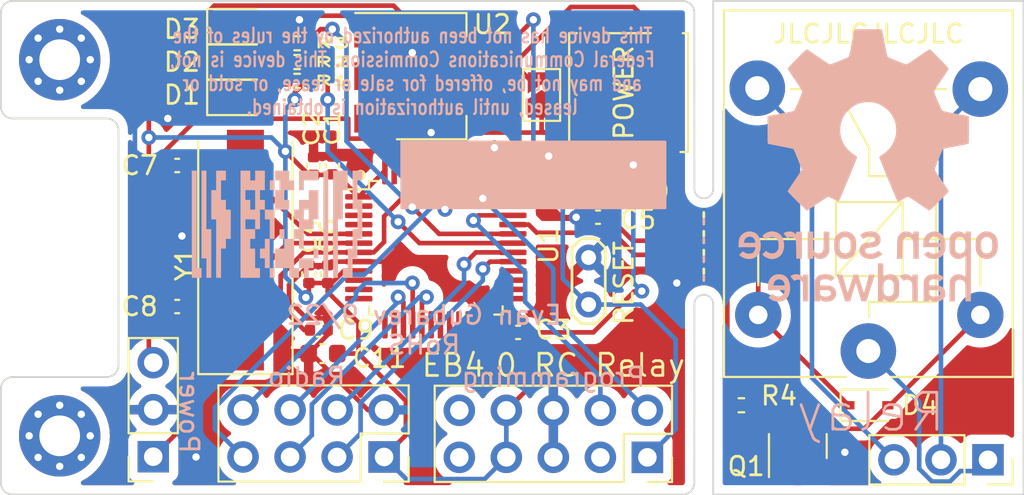
<source format=kicad_pcb>
(kicad_pcb (version 20211014) (generator pcbnew)
  (layers (0 "F.Cu" signal) (31 "B.Cu" signal) (34 "B.Paste" user) (35 "F.Paste" user) (36 "B.SilkS" user "B.Silkscreen") (37 "F.SilkS" user "F.Silkscreen") (38 "B.Mask" user) (39 "F.Mask" user) (44 "Edge.Cuts" user))
  (net 0 "")
  (net 1 "+3.3V")
  (net 2 "GND")
  (net 3 "/VIN")
  (net 4 "Net-(C7-Pad1)")
  (net 5 "Net-(C8-Pad1)")
  (net 6 "/NRST")
  (net 7 "Net-(D1-Pad2)")
  (net 8 "Net-(D2-Pad2)")
  (net 9 "Net-(D3-Pad2)")
  (net 10 "/SWCLK")
  (net 12 "/SWDIO")
  (net 15 "/PA10")
  (net 16 "/PA11")
  (net 25 "/SCK")
  (net 26 "/MISO")
  (net 27 "/MOSI")
  (net 37 "/CSN")
  (net 38 "/CE")
  (net 41 "Net-(JP2-Pad2)")
  (net 49 "/IRQ")
  (net 50 "/PA12")
  (net 51 "/COM")
  (net 52 "Net-(D4-Pad2)")
  (net 53 "/NC")
  (net 54 "/NO")
  (net 55 "Net-(Q1-Pad1)")
  (footprint "Diode_SMD:D_SOD-323" (layer "F.Cu") (at 110.043 85.343999)
    (fp_text reference "D4")
    (fp_text value "D")
  )
  (footprint "LED_SMD:LED_0805_2012Metric" (layer "F.Cu") (at 76.007 66.801999)
    (fp_text reference "D2")
    (fp_text value "LED")
  )
  (footprint "Connector_PinSocket_2.54mm:PinSocket_1x03_P2.54mm_Vertical" (layer "F.Cu") (at 71.41 88.122999 180)
    (fp_text reference "J1" hide)
    (fp_text value "Power Connectors")
  )
  (footprint "MountingHole:MountingHole_2.2mm_M2_Pad_Via" (layer "F.Cu") (at 66.355 86.994999)
    (fp_text reference "REF**" hide)
    (fp_text value "MountingHole_2.2mm_M2_Pad_Via" hide)
  )
  (footprint "Capacitor_SMD:C_0402_1005Metric" (layer "F.Cu") (at 80.833 78.259999 90)
    (fp_text reference "C6")
    (fp_text value "1uF")
  )
  (footprint "MountingHole:MountingHole_2.2mm_M2_Pad_Via" (layer "F.Cu") (at 66.355 66.674999)
    (fp_text reference "REF**" hide)
    (fp_text value "MountingHole_2.2mm_M2_Pad_Via" hide)
  )
  (footprint "Package_QFP:LQFP-48_7x7mm_P0.5mm" (layer "F.Cu") (at 86.675 76.834999)
    (fp_text reference "U1")
    (fp_text value "STM32F030C8Tx")
  )
  (footprint "Capacitor_SMD:C_0402_1005Metric" (layer "F.Cu") (at 80.071 72.417999 90)
    (fp_text reference "C2")
    (fp_text value "100nF")
  )
  (footprint "Resistor_SMD:R_0402_1005Metric" (layer "F.Cu") (at 79.182 67.817999)
    (fp_text reference "R1")
    (fp_text value "50")
  )
  (footprint "Capacitor_SMD:C_0402_1005Metric" (layer "F.Cu") (at 95.438 73.659999 180)
    (fp_text reference "C10")
    (fp_text value "4.7uF")
  )
  (footprint "Package_TO_SOT_SMD:SOT-23" (layer "F.Cu") (at 106.233 87.551499 90)
    (fp_text reference "Q1")
    (fp_text value "MMBT3904")
  )
  (footprint "Capacitor_SMD:C_0402_1005Metric" (layer "F.Cu") (at 72.705 72.389999 180)
    (fp_text reference "C7")
    (fp_text value "12pF")
  )
  (footprint "Capacitor_SMD:C_0402_1005Metric" (layer "F.Cu") (at 80.353 81.279999)
    (fp_text reference "C9")
    (fp_text value "0.1uF")
  )
  (footprint "Capacitor_SMD:C_0402_1005Metric" (layer "F.Cu") (at 72.705 80.009999 180)
    (fp_text reference "C8")
    (fp_text value "12pF")
  )
  (footprint "Jumper:SolderJumper-2_P1.3mm_Open_TrianglePad1.0x1.5mm" (layer "F.Cu") (at 92.39 68.579999 90)
    (fp_text reference "JP2" hide)
    (fp_text value "SolderJumper_2_Open")
  )
  (footprint "Connector_PinSocket_2.54mm:PinSocket_2x05_P2.54mm_Vertical" (layer "F.Cu") (at 98.105 88.157999 -90)
    (fp_text reference "J2" hide)
    (fp_text value "Programming Connectors")
  )
  (footprint "Relay_THT:Relay_SPDT_SANYOU_SRD_Series_Form_C" (layer "F.Cu") (at 110.043 82.413999 90)
    (fp_text reference "K1")
    (fp_text value "SANYOU_SRD_Form_C")
  )
  (footprint "Resistor_SMD:R_0402_1005Metric" (layer "F.Cu") (at 103.185 85.343999 180)
    (fp_text reference "R4")
    (fp_text value "1k")
  )
  (footprint "Capacitor_SMD:C_0402_1005Metric" (layer "F.Cu") (at 91.12 81.406999 180)
    (fp_text reference "C3")
    (fp_text value "4.7uF")
  )
  (footprint "Capacitor_SMD:C_0402_1005Metric" (layer "F.Cu") (at 81.087 72.389999 90)
    (fp_text reference "C1")
    (fp_text value "100nF")
  )
  (footprint "LED_SMD:LED_0805_2012Metric" (layer "F.Cu") (at 76.007 64.896999)
    (fp_text reference "D3")
    (fp_text value "LED")
  )
  (footprint "Resistor_SMD:R_0402_1005Metric" (layer "F.Cu") (at 79.182 66.801999)
    (fp_text reference "R2")
    (fp_text value "50")
  )
  (footprint "Connector_PinSocket_2.54mm:PinSocket_2x04_P2.54mm_Vertical" (layer "F.Cu") (at 83.881 88.137999 -90)
    (fp_text reference "J3" hide)
    (fp_text value "RF Connector")
  )
  (footprint "Capacitor_SMD:C_0402_1005Metric" (layer "F.Cu") (at 79.817 78.259999 90)
    (fp_text reference "C4")
    (fp_text value "10nF")
  )
  (footprint "Button_Switch_SMD:SW_Push_1P1T_NO_CK_KSC6xxJ" (layer "F.Cu") (at 97.089 68.452999 90)
    (fp_text reference "SW1" hide)
    (fp_text value "POWER")
  )
  (footprint "Connector_PinSocket_2.54mm:PinSocket_1x03_P2.54mm_Vertical" (layer "F.Cu") (at 116.505 88.289999 -90)
    (fp_text reference "J4" hide)
    (fp_text value "Relay Outputs")
  )
  (footprint "TestPoint:TestPoint_2Pads_Pitch2.54mm_Drill0.8mm" (layer "F.Cu") (at 94.93 77.362999 -90)
    (fp_text reference "JP1" hide)
    (fp_text value "RESET")
  )
  (footprint "Capacitor_SMD:C_0402_1005Metric" (layer "F.Cu") (at 95.438 75.183999 180)
    (fp_text reference "C5")
    (fp_text value "4.7uF")
  )
  (footprint "Resistor_SMD:R_0402_1005Metric" (layer "F.Cu") (at 79.182 65.785999)
    (fp_text reference "R3")
    (fp_text value "50")
  )
  (footprint "LED_SMD:LED_0805_2012Metric" (layer "F.Cu") (at 76.007 68.706999)
    (fp_text reference "D1")
    (fp_text value "LED")
  )
  (footprint "Package_TO_SOT_SMD:SOT-223-3_TabPin2" (layer "F.Cu") (at 86.421 67.563999)
    (fp_text reference "U2")
    (fp_text value "AMS1117-3.3")
  )
  (footprint "Capacitor_SMD:C_0603_1608Metric" (layer "F.Cu") (at 80.579 82.549999)
    (fp_text reference "C11")
    (fp_text value "10uF")
  )
  (footprint "Crystal:Crystal_SMD_HC49-SD" (layer "F.Cu") (at 76.388 76.961999 90)
    (fp_text reference "Y1")
    (fp_text value "8MHz")
  )
  (footprint "LOGO" (layer "B.Cu") (at 110.043 72.389999 180)
    (fp_text reference "G***" hide)
    (fp_text value "LOGO" hide)
  )
  (footprint "LOGO" (layer "B.Cu") (at 78.2295 75.564999 180)
    (fp_text reference "G***" hide)
    (fp_text value "LOGO" hide)
  )
  (gr_line (start 101.153 77.342999) (end 101.153 77.596999) (layer "B.SilkS") (width 0.15))
  (gr_line (start 101.153 75.310999) (end 101.153 75.564999) (layer "B.SilkS") (width 0.15))
  (gr_line (start 101.153 78.358999) (end 101.153 78.612999) (layer "B.SilkS") (width 0.15))
  (gr_line (start 101.153 76.326999) (end 101.153 76.580999) (layer "B.SilkS") (width 0.15))
  (gr_rect (start 84.8335 71.119999) (end 99.0575 74.675999) (layer "B.SilkS") (width 0.15) (fill solid))
  (gr_line (start 101.153 76.961999) (end 101.153 77.215999) (layer "F.SilkS") (width 0.15))
  (gr_circle (center 82.611 72.897999) (end 82.811 72.897999) (layer "F.SilkS") (width 0.15) (fill solid))
  (gr_line (start 101.153 77.977999) (end 101.153 78.231999) (layer "F.SilkS") (width 0.15))
  (gr_line (start 101.153 75.945999) (end 101.153 76.199999) (layer "F.SilkS") (width 0.15))
  (gr_line (start 101.153 74.929999) (end 101.153 75.183999) (layer "F.SilkS") (width 0.15))
  (gr_arc (start 100.640487 89.534999) (mid 100.454499 89.984007) (end 100.005487 90.169999) (layer "Edge.Cuts") (width 0.1))
  (gr_line (start 100.640487 89.534999) (end 100.645 79.882999) (layer "Edge.Cuts") (width 0.1))
  (gr_line (start 63.815 90.169999) (end 69.53 90.169999) (layer "Edge.Cuts") (width 0.1))
  (gr_line (start 63.815 69.849999) (end 68.895 69.849999) (layer "Edge.Cuts") (width 0.1))
  (gr_line (start 69.53 63.499999) (end 100.005487 63.499999) (layer "Edge.Cuts") (width 0.1))
  (gr_line (start 100.005487 90.169999) (end 69.53 90.169999) (layer "Edge.Cuts") (width 0.1))
  (gr_arc (start 100.005487 63.499999) (mid 100.454508 63.685982) (end 100.640487 64.134999) (layer "Edge.Cuts") (width 0.1))
  (gr_arc (start 63.18 84.454999) (mid 63.365987 84.005986) (end 63.815 83.819999) (layer "Edge.Cuts") (width 0.1))
  (gr_line (start 69.53 63.499999) (end 63.815 63.499999) (layer "Edge.Cuts") (width 0.1))
  (gr_arc (start 63.815 90.169999) (mid 63.365987 89.984012) (end 63.18 89.534999) (layer "Edge.Cuts") (width 0.1))
  (gr_arc (start 100.645 79.882999) (mid 101.153 79.374999) (end 101.661 79.882999) (layer "Edge.Cuts") (width 0.1))
  (gr_line (start 69.53 83.184999) (end 69.53 70.484999) (layer "Edge.Cuts") (width 0.1))
  (gr_line (start 101.661 79.882999) (end 101.661 90.169999) (layer "Edge.Cuts") (width 0.1))
  (gr_arc (start 63.815 69.849999) (mid 63.365987 69.664012) (end 63.18 69.214999) (layer "Edge.Cuts") (width 0.1))
  (gr_arc (start 69.53 83.184999) (mid 69.344013 83.634012) (end 68.895 83.819999) (layer "Edge.Cuts") (width 0.1))
  (gr_line (start 63.18 84.454999) (end 63.18 89.534999) (layer "Edge.Cuts") (width 0.1))
  (gr_arc (start 68.895 69.849999) (mid 69.344013 70.035986) (end 69.53 70.484999) (layer "Edge.Cuts") (width 0.1))
  (gr_line (start 118.425 63.499999) (end 101.661 63.499999) (layer "Edge.Cuts") (width 0.1))
  (gr_arc (start 101.661 73.659999) (mid 101.153 74.167999) (end 100.645 73.659999) (layer "Edge.Cuts") (width 0.1))
  (gr_line (start 100.645 73.659999) (end 100.640487 64.134999) (layer "Edge.Cuts") (width 0.1))
  (gr_line (start 118.425 90.169999) (end 118.425 63.499999) (layer "Edge.Cuts") (width 0.1))
  (gr_line (start 68.895 83.819999) (end 63.815 83.819999) (layer "Edge.Cuts") (width 0.1))
  (gr_line (start 101.661 63.753999) (end 101.661 63.499999) (layer "Edge.Cuts") (width 0.1))
  (gr_arc (start 63.18 64.134999) (mid 63.365987 63.685986) (end 63.815 63.499999) (layer "Edge.Cuts") (width 0.1))
  (gr_line (start 101.661 90.169999) (end 118.425 90.169999) (layer "Edge.Cuts") (width 0.1))
  (gr_line (start 63.18 64.134999) (end 63.18 69.214999) (layer "Edge.Cuts") (width 0.1))
  (gr_line (start 101.661 63.753999) (end 101.661 73.659999) (layer "Edge.Cuts") (width 0.1))
  (gr_text "Programming\n" (at 93.025 83.819999) (layer "B.SilkS") (effects (font (size 1 1)) (justify mirror)))
  (gr_text "This device has not been authorized by the rules of the\nFederal Communications Commission. This device is not,\nand may not be, offered for sale or lease, or sold or\nleased, until authorization is obtained.\n" (at 85.405 67.309999) (layer "B.SilkS") (effects (font (size 0.8 0.6) (thickness 0.125)) (justify mirror)))
  (gr_text "Radio" (at 79.69 83.819999) (layer "B.SilkS") (effects (font (size 1 1)) (justify mirror)))
  (gr_text "Power" (at 73.34 85.724999 270) (layer "B.SilkS") (effects (font (size 1 1)) (justify mirror)))
  (gr_text "Evan Gubarev 9/22\nRoHS" (at 86.04 81.279999) (layer "B.SilkS") (effects (font (size 1 1)) (justify mirror)))
  (gr_text "Relay" (at 110.17 85.724999) (layer "B.SilkS") (effects (font (size 2 2)) (justify mirror)))
  (gr_text "EB4.0 RC Relay\n" (at 93.025 83.184999) (layer "F.SilkS") (effects (font (size 1.2 1.2))))
  (gr_text "JLCJLCJLCJLC" (at 110.043 65.277999) (layer "F.SilkS") (effects (font (size 1 1))))
  (segment (start 80.071 72.897999) (end 79.817 72.897999) (width 0.25) (layer "F.Cu") (net 1))
  (segment (start 97.343 72.363499) (end 97.2145 72.363499) (width 0.25) (layer "F.Cu") (net 1))
  (segment (start 89.571 67.563999) (end 89.571 66.890499) (width 0.25) (layer "F.Cu") (net 1))
  (segment (start 85.056 85.111298) (end 85.056 86.962999) (width 0.25) (layer "F.Cu") (net 1))
  (segment (start 89.571 67.563999) (end 83.271 67.563999) (width 0.25) (layer "F.Cu") (net 1))
  (segment (start 81.2975 72.869999) (end 82.5125 74.084999) (width 0.25) (layer "F.Cu") (net 1))
  (segment (start 84.389 63.753999) (end 74.708166 63.753999) (width 0.25) (layer "F.Cu") (net 1))
  (segment (start 81.087 72.869999) (end 81.2975 72.869999) (width 0.25) (layer "F.Cu") (net 1))
  (segment (start 82.5125 78.084999) (end 81.709315 78.084999) (width 0.25) (layer "F.Cu") (net 1))
  (segment (start 80.071 72.897999) (end 81.059 72.897999) (width 0.25) (layer "F.Cu") (net 1))
  (segment (start 97.2145 72.363499) (end 95.918 73.659999) (width 0.25) (layer "F.Cu") (net 1))
  (segment (start 80.833 78.739999) (end 79.817 78.739999) (width 0.25) (layer "F.Cu") (net 1))
  (segment (start 91.6 84.502999) (end 90.485 85.617999) (width 0.25) (layer "F.Cu") (net 1))
  (segment (start 86.675 66.039999) (end 84.389 63.753999) (width 0.25) (layer "F.Cu") (net 1))
  (segment (start 89.571 66.890499) (end 91.9455 64.515999) (width 0.25) (layer "F.Cu") (net 1))
  (segment (start 85.056 86.962999) (end 83.881 88.137999) (width 0.25) (layer "F.Cu") (net 1))
  (segment (start 74.708166 63.753999) (end 71.17 67.292165) (width 0.25) (layer "F.Cu") (net 1))
  (segment (start 83.271 67.563999) (end 86.675 67.563999) (width 0.25) (layer "F.Cu") (net 1))
  (segment (start 80.833 79.222999) (end 82.494701 80.8847) (width 0.25) (layer "F.Cu") (net 1))
  (segment (start 82.494701 82.549999) (end 85.056 85.111298) (width 0.25) (layer "F.Cu") (net 1))
  (segment (start 79.817 79.355699) (end 79.817 78.739999) (width 0.25) (layer "F.Cu") (net 1))
  (segment (start 79.055 68.454999) (end 79.692 67.817999) (width 0.25) (layer "F.Cu") (net 1))
  (segment (start 79.653425 79.519274) (end 79.817 79.355699) (width 0.25) (layer "F.Cu") (net 1))
  (segment (start 97.803487 79.180944) (end 97.410055 79.180944) (width 0.25) (layer "F.Cu") (net 1))
  (segment (start 91.6 81.406999) (end 91.6 81.39939) (width 0.25) (layer "F.Cu") (net 1))
  (segment (start 80.833 78.739999) (end 80.833 79.222999) (width 0.25) (layer "F.Cu") (net 1))
  (segment (start 91.6 81.406999) (end 91.6 84.502999) (width 0.25) (layer "F.Cu") (net 1))
  (segment (start 95.184 81.406999) (end 91.6 81.406999) (width 0.25) (layer "F.Cu") (net 1))
  (segment (start 91.6 81.39939) (end 90.972609 80.771999) (width 0.25) (layer "F.Cu") (net 1))
  (segment (start 82.494701 82.549999) (end 81.1 82.549999) (width 0.25) (layer "F.Cu") (net 1))
  (segment (start 86.675 67.563999) (end 86.675 66.039999) (width 0.25) (layer "F.Cu") (net 1))
  (segment (start 82.494701 80.8847) (end 82.494701 82.549999) (width 0.25) (layer "F.Cu") (net 1))
  (segment (start 82.5125 74.084999) (end 83.925 72.672499) (width 0.25) (layer "F.Cu") (net 1))
  (segment (start 97.410055 79.180944) (end 95.184 81.406999) (width 0.25) (layer "F.Cu") (net 1))
  (segment (start 81.054315 78.739999) (end 80.833 78.739999) (width 0.25) (layer "F.Cu") (net 1))
  (segment (start 71.17 67.292165) (end 71.17 70.876999) (width 0.25) (layer "F.Cu") (net 1))
  (segment (start 90.972609 80.771999) (end 89.6505 80.771999) (width 0.25) (layer "F.Cu") (net 1))
  (segment (start 79.817 72.897999) (end 78.547 71.627999) (width 0.25) (layer "F.Cu") (net 1))
  (segment (start 71.17 82.802999) (end 71.41 83.042999) (width 0.25) (layer "F.Cu") (net 1))
  (segment (start 81.059 72.897999) (end 81.087 72.869999) (width 0.25) (layer "F.Cu") (net 1))
  (segment (start 81.709315 78.084999) (end 81.054315 78.739999) (width 0.25) (layer "F.Cu") (net 1))
  (segment (start 89.6505 80.771999) (end 89.425 80.997499) (width 0.25) (layer "F.Cu") (net 1))
  (segment (start 71.17 70.876999) (end 71.17 82.802999) (width 0.25) (layer "F.Cu") (net 1))
  (segment (start 79.055 68.833999) (end 79.055 68.454999) (width 0.25) (layer "F.Cu") (net 1))
  (via (at 78.547 71.627999) (size 0.8) (drill 0.4) (layers "F.Cu" "B.Cu") (net 1))
  (via (at 79.653425 79.519274) (size 0.8) (drill 0.4) (layers "F.Cu" "B.Cu") (net 1))
  (via (at 91.9455 64.515999) (size 0.8) (drill 0.4) (layers "F.Cu" "B.Cu") (net 1))
  (via (at 79.055 68.833999) (size 0.8) (drill 0.4) (layers "F.Cu" "B.Cu") (net 1))
  (via (at 97.803487 79.180944) (size 0.8) (drill 0.4) (layers "F.Cu" "B.Cu") (net 1))
  (via (at 97.343 72.363499) (size 0.8) (drill 0.4) (layers "F.Cu" "B.Cu") (net 1))
  (via (at 71.17 70.876999) (size 0.8) (drill 0.4) (layers "F.Cu" "B.Cu") (net 1))
  (segment (start 78.547 71.627999) (end 78.547 69.341999) (width 0.25) (layer "B.Cu") (net 1))
  (segment (start 89.31 89.332999) (end 85.076 89.332999) (width 0.25) (layer "B.Cu") (net 1))
  (segment (start 97.803487 79.180944) (end 97.343 78.720457) (width 0.25) (layer "B.Cu") (net 1))
  (segment (start 78.547 78.412849) (end 78.547 71.627999) (width 0.25) (layer "B.Cu") (net 1))
  (segment (start 97.343 78.720457) (end 97.343 72.363499) (width 0.25) (layer "B.Cu") (net 1))
  (segment (start 90.485 88.157999) (end 89.31 89.332999) (width 0.25) (layer "B.Cu") (net 1))
  (segment (start 78.547 69.341999) (end 79.055 68.833999) (width 0.25) (layer "B.Cu") (net 1))
  (segment (start 96.5545 73.151999) (end 97.343 72.363499) (width 0.25) (layer "B.Cu") (net 1))
  (segment (start 91.9455 64.515999) (end 91.9455 72.135999) (width 0.25) (layer "B.Cu") (net 1))
  (segment (start 85.076 89.332999) (end 83.881 88.137999) (width 0.25) (layer "B.Cu") (net 1))
  (segment (start 91.9455 72.135999) (end 92.9615 73.151999) (width 0.25) (layer "B.Cu") (net 1))
  (segment (start 79.653425 79.519274) (end 78.547 78.412849) (width 0.25) (layer "B.Cu") (net 1))
  (segment (start 71.17 70.876999) (end 77.796 70.876999) (width 0.25) (layer "B.Cu") (net 1))
  (segment (start 92.9615 73.151999) (end 96.5545 73.151999) (width 0.25) (layer "B.Cu") (net 1))
  (segment (start 90.485 85.617999) (end 90.485 88.157999) (width 0.25) (layer "B.Cu") (net 1))
  (segment (start 77.796 70.876999) (end 78.547 71.627999) (width 0.25) (layer "B.Cu") (net 1))
  (segment (start 79.817 77.779999) (end 80.833 77.779999) (width 0.25) (layer "F.Cu") (net 2))
  (segment (start 85.665685 71.609999) (end 84.165685 71.609999) (width 0.25) (layer "F.Cu") (net 2))
  (segment (start 80.706 80.644999) (end 80.833 80.771999) (width 0.25) (layer "F.Cu") (net 2))
  (segment (start 79.526 64.298999) (end 79.309 64.515999) (width 0.25) (layer "F.Cu") (net 2))
  (segment (start 82.5125 77.584999) (end 86.315685 77.584999) (width 0.25) (layer "F.Cu") (net 2))
  (segment (start 86.315685 77.584999) (end 88.925 80.194314) (width 0.25) (layer "F.Cu") (net 2))
  (segment (start 81.087 71.909999) (end 80.099 71.909999) (width 0.25) (layer "F.Cu") (net 2))
  (segment (start 108.168 88.488999) (end 108.773 87.883999) (width 0.25) (layer "F.Cu") (net 2))
  (segment (start 88.925 81.800684) (end 88.925 80.997499) (width 0.25) (layer "F.Cu") (net 2))
  (segment (start 107.183 88.488999) (end 108.168 88.488999) (width 0.25) (layer "F.Cu") (net 2))
  (segment (start 89.987 82.059999) (end 89.184315 82.059999) (width 0.25) (layer "F.Cu") (net 2))
  (segment (start 81.387 71.609999) (end 81.087 71.909999) (width 0.25) (layer "F.Cu") (net 2))
  (segment (start 84.375 65.263999) (end 85.405 66.293999) (width 0.25) (layer "F.Cu") (net 2))
  (segment (start 81.028 77.584999) (end 82.5125 77.584999) (width 0.25) (layer "F.Cu") (net 2))
  (segment (start 90.64 81.406999) (end 89.987 82.059999) (width 0.25) (layer "F.Cu") (net 2))
  (segment (start 85.925 71.869314) (end 85.665685 71.609999) (width 0.25) (layer "F.Cu") (net 2))
  (segment (start 82.306 64.298999) (end 79.526 64.298999) (width 0.25) (layer "F.Cu") (net 2))
  (segment (start 79.817 77.779999) (end 79.809391 77.779999) (width 0.25) (layer "F.Cu") (net 2))
  (segment (start 80.833 77.779999) (end 81.028 77.584999) (width 0.25) (layer "F.Cu") (net 2))
  (segment (start 88.925 80.194314) (end 88.925 80.997499) (width 0.25) (layer "F.Cu") (net 2))
  (segment (start 78.743 78.84639) (end 78.743 79.697999) (width 0.25) (layer "F.Cu") (net 2))
  (segment (start 79.804 82.549999) (end 79.954701 82.549999) (width 0.25) (layer "F.Cu") (net 2))
  (segment (start 84.425 72.672499) (end 84.425 71.869314) (width 0.25) (layer "F.Cu") (net 2))
  (segment (start 84.425 71.869314) (end 84.165685 71.609999) (width 0.25) (layer "F.Cu") (net 2))
  (segment (start 79.817 82.549999) (end 80.833 81.533999) (width 0.25) (layer "F.Cu") (net 2))
  (segment (start 83.002701 85.597999) (end 83.881 85.597999) (width 0.25) (layer "F.Cu") (net 2))
  (segment (start 80.833 81.279999) (end 80.833 81.533999) (width 0.25) (layer "F.Cu") (net 2))
  (segment (start 94.549 73.659999) (end 92.771 71.881999) (width 0.25) (layer "F.Cu") (net 2))
  (segment (start 79.69 80.644999) (end 80.706 80.644999) (width 0.25) (layer "F.Cu") (net 2))
  (segment (start 83.271 65.263999) (end 84.375 65.263999) (width 0.25) (layer "F.Cu") (net 2))
  (segment (start 89.184315 82.059999) (end 88.925 81.800684) (width 0.25) (layer "F.Cu") (net 2))
  (segment (start 79.809391 77.779999) (end 78.743 78.84639) (width 0.25) (layer "F.Cu") (net 2))
  (segment (start 85.925 71.107999) (end 85.925 72.672499) (width 0.25) (layer "F.Cu") (net 2))
  (segment (start 83.271 65.263999) (end 82.306 64.298999) (width 0.25) (layer "F.Cu") (net 2))
  (segment (start 80.099 71.909999) (end 80.071 71.937999) (width 0.25) (layer "F.Cu") (net 2))
  (segment (start 94.958 73.659999) (end 94.549 73.659999) (width 0.25) (layer "F.Cu") (net 2))
  (segment (start 94.958 75.183999) (end 94.261799 75.183999) (width 0.25) (layer "F.Cu") (net 2))
  (segment (start 86.421 70.611999) (end 85.925 71.107999) (width 0.25) (layer "F.Cu") (net 2))
  (segment (start 84.165685 71.609999) (end 81.387 71.609999) (width 0.25) (layer "F.Cu") (net 2))
  (segment (start 85.925 72.672499) (end 85.925 71.869314) (width 0.25) (layer "F.Cu") (net 2))
  (segment (start 72.959 76.199999) (end 72.225 76.933999) (width 0.25) (layer "F.Cu") (net 2))
  (segment (start 94.261799 75.183999) (end 94.2575 75.188298) (width 0.25) (layer "F.Cu") (net 2))
  (segment (start 72.225 75.465999) (end 72.225 72.389999) (width 0.25) (layer "F.Cu") (net 2))
  (segment (start 72.959 76.199999) (end 72.225 75.465999) (width 0.25) (layer "F.Cu") (net 2))
  (segment (start 79.954701 82.549999) (end 83.002701 85.597999) (width 0.25) (layer "F.Cu") (net 2))
  (segment (start 72.225 76.933999) (end 72.225 80.009999) (width 0.25) (layer "F.Cu") (net 2))
  (segment (start 80.833 80.771999) (end 80.833 81.279999) (width 0.25) (layer "F.Cu") (net 2))
  (segment (start 78.743 79.697999) (end 79.69 80.644999) (width 0.25) (layer "F.Cu") (net 2))
  (via (at 86.421 70.611999) (size 0.8) (drill 0.4) (layers "F.Cu" "B.Cu") (net 2))
  (via (at 72.959 76.199999) (size 0.8) (drill 0.4) (layers "F.Cu" "B.Cu") (net 2))
  (via (at 92.771 71.881999) (size 0.8) (drill 0.4) (layers "F.Cu" "B.Cu") (net 2))
  (via (at 108.773 87.883999) (size 0.8) (drill 0.4) (layers "F.Cu" "B.Cu") (net 2))
  (via (at 73.721 88.137999) (size 0.8) (drill 0.4) (layers "F.Cu" "B.Cu") (net 2))
  (via (at 79.309 64.515999) (size 0.8) (drill 0.4) (layers "F.Cu" "B.Cu") (net 2))
  (via (at 94.2575 75.188298) (size 0.8) (drill 0.4) (layers "F.Cu" "B.Cu") (net 2))
  (via (at 72.197 69.849999) (size 0.8) (drill 0.4) (layers "F.Cu" "B.Cu") (net 2))
  (via (at 85.405 66.293999) (size 0.8) (drill 0.4) (layers "F.Cu" "B.Cu") (net 2))
  (via (at 99.6925 78.739999) (size 0.8) (drill 0.4) (layers "F.Cu" "B.Cu") (net 2))
  (segment (start 97.378805 71.373999) (end 93.279 71.373999) (width 0.25) (layer "B.Cu") (net 2))
  (segment (start 106.233 85.343999) (end 106.233 77.723999) (width 0.25) (layer "B.Cu") (net 2))
  (segment (start 70.419 73.659999) (end 72.959 76.199999) (width 0.25) (layer "B.Cu") (net 2))
  (segment (start 70.927 69.849999) (end 70.419 70.357999) (width 0.25) (layer "B.Cu") (net 2))
  (segment (start 99.5655 75.691999) (end 98.068 74.194499) (width 0.25) (layer "B.Cu") (net 2))
  (segment (start 94.515799 74.929999) (end 94.2575 75.188298) (width 0.25) (layer "B.Cu") (net 2))
  (segment (start 108.773 87.883999) (end 106.233 85.343999) (width 0.25) (layer "B.Cu") (net 2))
  (segment (start 104.201 75.691999) (end 99.5655 75.691999) (width 0.25) (layer "B.Cu") (net 2))
  (segment (start 93.279 71.373999) (end 92.771 71.881999) (width 0.25) (layer "B.Cu") (net 2))
  (segment (start 70.419 70.357999) (end 70.419 73.659999) (width 0.25) (layer "B.Cu") (net 2))
  (segment (start 106.233 77.723999) (end 104.201 75.691999) (width 0.25) (layer "B.Cu") (net 2))
  (segment (start 98.068 72.063194) (end 97.378805 71.373999) (width 0.25) (layer "B.Cu") (net 2))
  (segment (start 98.068 74.194499) (end 98.068 72.063194) (width 0.25) (layer "B.Cu") (net 2))
  (segment (start 72.197 69.849999) (end 70.927 69.849999) (width 0.25) (layer "B.Cu") (net 2))
  (segment (start 95.089 65.552999) (end 95.089 71.352999) (width 0.25) (layer "F.Cu") (net 3))
  (segment (start 86.430305 69.595999) (end 87.446305 70.611999) (width 0.25) (layer "F.Cu") (net 3))
  (segment (start 95.163609 74.421999) (end 93.787 74.421999) (width 0.25) (layer "F.Cu") (net 3))
  (segment (start 71.62 80.448999) (end 71.62 72.02739) (width 0.25) (layer "F.Cu") (net 3))
  (segment (start 92.39 69.304999) (end 92.39 70.484999) (width 0.25) (layer "F.Cu") (net 3))
  (segment (start 81.946 69.863999) (end 81.946 70.938999) (width 0.25) (layer "F.Cu") (net 3))
  (segment (start 85.405 69.595999) (end 86.430305 69.595999) (width 0.25) (layer "F.Cu") (net 3))
  (segment (start 71.41 88.122999) (end 73.046443 86.486556) (width 0.25) (layer "F.Cu") (net 3))
  (segment (start 90.993 71.627999) (end 90.993 70.611999) (width 0.25) (layer "F.Cu") (net 3))
  (segment (start 84.596 70.938999) (end 84.596 70.404999) (width 0.25) (layer "F.Cu") (net 3))
  (segment (start 95.918 75.17639) (end 95.163609 74.421999) (width 0.25) (layer "F.Cu") (net 3))
  (segment (start 87.446305 70.611999) (end 90.993 70.611999) (width 0.25) (layer "F.Cu") (net 3))
  (segment (start 71.62 72.02739) (end 73.783391 69.863999) (width 0.25) (layer "F.Cu") (net 3))
  (segment (start 73.046443 86.486556) (end 73.046443 81.875442) (width 0.25) (layer "F.Cu") (net 3))
  (segment (start 104.093 80.463999) (end 104.093 77.615999) (width 0.25) (layer "F.Cu") (net 3))
  (segment (start 81.946 70.938999) (end 84.596 70.938999) (width 0.25) (layer "F.Cu") (net 3))
  (segment (start 95.918 75.183999) (end 95.918 75.17639) (width 0.25) (layer "F.Cu") (net 3))
  (segment (start 73.783391 69.863999) (end 81.946 69.863999) (width 0.25) (layer "F.Cu") (net 3))
  (segment (start 108.973 85.343999) (end 104.093 80.463999) (width 0.25) (layer "F.Cu") (net 3))
  (segment (start 95.089 71.352999) (end 94.348 70.611999) (width 0.25) (layer "F.Cu") (net 3))
  (segment (start 92.39 70.484999) (end 92.517 70.611999) (width 0.25) (layer "F.Cu") (net 3))
  (segment (start 94.348 70.611999) (end 92.517 70.611999) (width 0.25) (layer "F.Cu") (net 3))
  (segment (start 108.993 85.343999) (end 108.973 85.343999) (width 0.25) (layer "F.Cu") (net 3))
  (segment (start 92.517 70.611999) (end 90.993 70.611999) (width 0.25) (layer "F.Cu") (net 3))
  (segment (start 104.093 77.615999) (end 102.931 76.453999) (width 0.25) (layer "F.Cu") (net 3))
  (segment (start 102.931 76.453999) (end 97.315 76.453999) (width 0.25) (layer "F.Cu") (net 3))
  (segment (start 84.596 70.404999) (end 85.405 69.595999) (width 0.25) (layer "F.Cu") (net 3))
  (segment (start 93.787 74.421999) (end 90.993 71.627999) (width 0.25) (layer "F.Cu") (net 3))
  (segment (start 97.315 76.453999) (end 95.918 75.056999) (width 0.25) (layer "F.Cu") (net 3))
  (segment (start 73.046443 81.875442) (end 71.62 80.448999) (width 0.25) (layer "F.Cu") (net 3))
  (segment (start 79.761 76.084999) (end 76.388 72.711999) (width 0.25) (layer "F.Cu") (net 4))
  (segment (start 73.507 72.711999) (end 73.185 72.389999) (width 0.25) (layer "F.Cu") (net 4))
  (segment (start 82.5125 76.084999) (end 79.761 76.084999) (width 0.25) (layer "F.Cu") (net 4))
  (segment (start 76.388 72.711999) (end 73.507 72.711999) (width 0.25) (layer "F.Cu") (net 4))
  (segment (start 78.67 76.584999) (end 77.785 77.469999) (width 0.25) (layer "F.Cu") (net 5))
  (segment (start 77.785 77.469999) (end 77.785 78.564999) (width 0.25) (layer "F.Cu") (net 5))
  (segment (start 82.5125 76.584999) (end 78.67 76.584999) (width 0.25) (layer "F.Cu") (net 5))
  (segment (start 77.785 78.564999) (end 76.388 79.961999) (width 0.25) (layer "F.Cu") (net 5))
  (segment (start 76.388 79.961999) (end 76.388 81.211999) (width 0.25) (layer "F.Cu") (net 5))
  (segment (start 74.387 81.211999) (end 73.185 80.009999) (width 0.25) (layer "F.Cu") (net 5))
  (segment (start 76.388 81.211999) (end 74.387 81.211999) (width 0.25) (layer "F.Cu") (net 5))
  (segment (start 83.881 76.519684) (end 83.315685 77.084999) (width 0.25) (layer "F.Cu") (net 6))
  (segment (start 85.104195 73.913999) (end 83.881 75.137194) (width 0.25) (layer "F.Cu") (net 6))
  (segment (start 87.172193 74.760774) (end 86.325418 73.913999) (width 0.25) (layer "F.Cu") (net 6))
  (segment (start 86.325418 73.913999) (end 85.104195 73.913999) (width 0.25) (layer "F.Cu") (net 6))
  (segment (start 79.563 81.279999) (end 79.873 81.279999) (width 0.25) (layer "F.Cu") (net 6))
  (segment (start 78.293 78.33639) (end 78.293 80.009999) (width 0.25) (layer "F.Cu") (net 6))
  (segment (start 82.5125 77.084999) (end 79.544391 77.084999) (width 0.25) (layer "F.Cu") (net 6))
  (segment (start 78.293 80.009999) (end 79.563 81.279999) (width 0.25) (layer "F.Cu") (net 6))
  (segment (start 83.881 75.137194) (end 83.881 76.519684) (width 0.25) (layer "F.Cu") (net 6))
  (segment (start 79.544391 77.084999) (end 78.293 78.33639) (width 0.25) (layer "F.Cu") (net 6))
  (segment (start 83.315685 77.084999) (end 82.5125 77.084999) (width 0.25) (layer "F.Cu") (net 6))
  (via (at 87.172193 74.760774) (size 0.8) (drill 0.4) (layers "F.Cu" "B.Cu") (net 6))
  (segment (start 97.744 79.902999) (end 99.629 81.787999) (width 0.25) (layer "B.Cu") (net 6))
  (segment (start 93.533 74.675999) (end 93.533 78.505999) (width 0.25) (layer "B.Cu") (net 6))
  (segment (start 93.533 78.505999) (end 94.93 79.902999) (width 0.25) (layer "B.Cu") (net 6))
  (segment (start 92.009 73.151999) (end 93.533 74.675999) (width 0.25) (layer "B.Cu") (net 6))
  (segment (start 87.172193 74.760774) (end 88.780968 73.151999) (width 0.25) (layer "B.Cu") (net 6))
  (segment (start 99.629 81.787999) (end 99.629 86.633999) (width 0.25) (layer "B.Cu") (net 6))
  (segment (start 88.780968 73.151999) (end 92.009 73.151999) (width 0.25) (layer "B.Cu") (net 6))
  (segment (start 99.629 86.633999) (end 98.105 88.157999) (width 0.25) (layer "B.Cu") (net 6))
  (segment (start 94.93 79.902999) (end 97.744 79.902999) (width 0.25) (layer "B.Cu") (net 6))
  (segment (start 77.8335 67.817999) (end 76.9445 68.706999) (width 0.25) (layer "F.Cu") (net 7))
  (segment (start 78.672 67.817999) (end 77.8335 67.817999) (width 0.25) (layer "F.Cu") (net 7))
  (segment (start 78.672 66.801999) (end 76.9445 66.801999) (width 0.25) (layer "F.Cu") (net 8))
  (segment (start 77.8335 65.785999) (end 76.9445 64.896999) (width 0.25) (layer "F.Cu") (net 9))
  (segment (start 78.672 65.785999) (end 77.8335 65.785999) (width 0.25) (layer "F.Cu") (net 9))
  (segment (start 89.425 73.957999) (end 89.215 74.167999) (width 0.25) (layer "F.Cu") (net 10))
  (segment (start 89.425 72.672499) (end 89.425 73.957999) (width 0.25) (layer "F.Cu") (net 10))
  (via (at 89.215 74.167999) (size 0.8) (drill 0.4) (layers "F.Cu" "B.Cu") (net 10))
  (segment (start 93.025 77.977999) (end 89.215 74.167999) (width 0.25) (layer "B.Cu") (net 10))
  (segment (start 98.105 85.617999) (end 93.025 80.537999) (width 0.25) (layer "B.Cu") (net 10))
  (segment (start 93.025 80.537999) (end 93.025 77.977999) (width 0.25) (layer "B.Cu") (net 10))
  (segment (start 88.9825 75.084999) (end 88.707 75.360499) (width 0.25) (layer "F.Cu") (net 12))
  (segment (start 90.8375 75.084999) (end 88.9825 75.084999) (width 0.25) (layer "F.Cu") (net 12))
  (via (at 88.707 75.360499) (size 0.8) (drill 0.4) (layers "F.Cu" "B.Cu") (net 12))
  (segment (start 91.501 78.154499) (end 88.707 75.360499) (width 0.25) (layer "B.Cu") (net 12))
  (segment (start 95.565 85.617999) (end 95.565 83.819999) (width 0.25) (layer "B.Cu") (net 12))
  (segment (start 95.565 83.819999) (end 91.501 79.755999) (width 0.25) (layer "B.Cu") (net 12))
  (segment (start 91.501 79.755999) (end 91.501 78.154499) (width 0.25) (layer "B.Cu") (net 12))
  (segment (start 85.79 76.584999) (end 90.8375 76.584999) (width 0.25) (layer "F.Cu") (net 15))
  (segment (start 84.638701 75.4337) (end 85.79 76.584999) (width 0.25) (layer "F.Cu") (net 15))
  (segment (start 80.833 67.942999) (end 79.692 66.801999) (width 0.25) (layer "F.Cu") (net 15))
  (segment (start 80.833 68.833999) (end 80.833 67.942999) (width 0.25) (layer "F.Cu") (net 15))
  (via (at 84.638701 75.4337) (size 0.8) (drill 0.4) (layers "F.Cu" "B.Cu") (net 15))
  (via (at 80.833 68.833999) (size 0.8) (drill 0.4) (layers "F.Cu" "B.Cu") (net 15))
  (segment (start 80.833 71.627999) (end 84.638701 75.4337) (width 0.25) (layer "B.Cu") (net 15))
  (segment (start 80.833 68.833999) (end 80.833 71.627999) (width 0.25) (layer "B.Cu") (net 15))
  (segment (start 81.087 65.023999) (end 80.454 65.023999) (width 0.25) (layer "F.Cu") (net 16))
  (segment (start 85.405 74.638499) (end 86.8515 76.084999) (width 0.25) (layer "F.Cu") (net 16))
  (segment (start 80.454 65.023999) (end 79.692 65.785999) (width 0.25) (layer "F.Cu") (net 16))
  (segment (start 86.8515 76.084999) (end 90.8375 76.084999) (width 0.25) (layer "F.Cu") (net 16))
  (via (at 85.405 74.638499) (size 0.8) (drill 0.4) (layers "F.Cu" "B.Cu") (net 16))
  (via (at 81.087 65.023999) (size 0.8) (drill 0.4) (layers "F.Cu" "B.Cu") (net 16))
  (segment (start 81.849 71.082499) (end 85.405 74.638499) (width 0.25) (layer "B.Cu") (net 16))
  (segment (start 81.849 65.785999) (end 81.849 71.082499) (width 0.25) (layer "B.Cu") (net 16))
  (segment (start 81.087 65.023999) (end 81.849 65.785999) (width 0.25) (layer "B.Cu") (net 16))
  (segment (start 84.925 80.997499) (end 84.925 79.783999) (width 0.25) (layer "F.Cu") (net 25))
  (segment (start 84.925 79.783999) (end 84.643 79.501999) (width 0.25) (layer "F.Cu") (net 25))
  (via (at 84.643 79.501999) (size 0.8) (drill 0.4) (layers "F.Cu" "B.Cu") (net 25))
  (segment (start 84.643 79.755999) (end 78.801 85.597999) (width 0.25) (layer "B.Cu") (net 25))
  (segment (start 84.643 79.501999) (end 84.643 79.755999) (width 0.25) (layer "B.Cu") (net 25))
  (segment (start 85.425 80.997499) (end 85.425 78.759999) (width 0.25) (layer "F.Cu") (net 26))
  (segment (start 85.425 78.759999) (end 85.405 78.739999) (width 0.25) (layer "F.Cu") (net 26))
  (via (at 85.405 78.739999) (size 0.8) (drill 0.4) (layers "F.Cu" "B.Cu") (net 26))
  (segment (start 82.865 78.739999) (end 82.357 79.247999) (width 0.25) (layer "B.Cu") (net 26))
  (segment (start 82.357 79.501999) (end 76.261 85.597999) (width 0.25) (layer "B.Cu") (net 26))
  (segment (start 82.357 79.247999) (end 82.357 79.501999) (width 0.25) (layer "B.Cu") (net 26))
  (segment (start 85.405 78.739999) (end 82.865 78.739999) (width 0.25) (layer "B.Cu") (net 26))
  (segment (start 85.925 80.997499) (end 85.925 79.743999) (width 0.25) (layer "F.Cu") (net 27))
  (segment (start 85.925 79.743999) (end 86.167 79.501999) (width 0.25) (layer "F.Cu") (net 27))
  (via (at 86.167 79.501999) (size 0.8) (drill 0.4) (layers "F.Cu" "B.Cu") (net 27))
  (segment (start 79.976 86.962999) (end 78.801 88.137999) (width 0.25) (layer "B.Cu") (net 27))
  (segment (start 85.775299 79.501999) (end 79.976 85.301298) (width 0.25) (layer "B.Cu") (net 27))
  (segment (start 79.976 85.301298) (end 79.976 86.962999) (width 0.25) (layer "B.Cu") (net 27))
  (segment (start 86.167 79.501999) (end 85.775299 79.501999) (width 0.25) (layer "B.Cu") (net 27))
  (segment (start 90.8375 77.584999) (end 89.608 77.584999) (width 0.25) (layer "F.Cu") (net 37))
  (segment (start 89.608 77.584999) (end 89.215 77.977999) (width 0.25) (layer "F.Cu") (net 37))
  (via (at 89.215 77.977999) (size 0.8) (drill 0.4) (layers "F.Cu" "B.Cu") (net 37))
  (segment (start 82.611 86.867999) (end 81.341 88.137999) (width 0.25) (layer "B.Cu") (net 37))
  (segment (start 89.215 78.602298) (end 82.611 85.206298) (width 0.25) (layer "B.Cu") (net 37))
  (segment (start 82.611 85.206298) (end 82.611 86.867999) (width 0.25) (layer "B.Cu") (net 37))
  (segment (start 89.215 77.977999) (end 89.215 78.602298) (width 0.25) (layer "B.Cu") (net 37))
  (segment (start 90.8375 77.084999) (end 88.838 77.084999) (width 0.25) (layer "F.Cu") (net 38))
  (segment (start 88.838 77.084999) (end 88.199 77.723999) (width 0.25) (layer "F.Cu") (net 38))
  (via (at 88.199 77.723999) (size 0.8) (drill 0.4) (layers "F.Cu" "B.Cu") (net 38))
  (segment (start 88.199 77.723999) (end 88.199 78.739999) (width 0.25) (layer "B.Cu") (net 38))
  (segment (start 88.199 78.739999) (end 81.341 85.597999) (width 0.25) (layer "B.Cu") (net 38))
  (segment (start 90.896 69.692999) (end 90.725 69.863999) (width 0.25) (layer "F.Cu") (net 41))
  (segment (start 92.39 67.854999) (end 91.852 67.854999) (width 0.25) (layer "F.Cu") (net 41))
  (segment (start 90.725 69.863999) (end 88.227 69.863999) (width 0.25) (layer "F.Cu") (net 41))
  (segment (start 87.197 68.833999) (end 84.301 68.833999) (width 0.25) (layer "F.Cu") (net 41))
  (segment (start 90.896 66.898999) (end 90.896 69.692999) (width 0.25) (layer "F.Cu") (net 41))
  (segment (start 88.227 69.863999) (end 87.197 68.833999) (width 0.25) (layer "F.Cu") (net 41))
  (segment (start 97.364 63.827999) (end 93.967 63.827999) (width 0.25) (layer "F.Cu") (net 41))
  (segment (start 99.089 68.547999) (end 99.089 71.352999) (width 0.25) (layer "F.Cu") (net 41))
  (segment (start 99.089 65.552999) (end 97.364 63.827999) (width 0.25) (layer "F.Cu") (net 41))
  (segment (start 91.852 67.854999) (end 90.896 66.898999) (width 0.25) (layer "F.Cu") (net 41))
  (segment (start 99.089 65.552999) (end 99.089 68.547999) (width 0.25) (layer "F.Cu") (net 41))
  (segment (start 93.967 63.827999) (end 90.896 66.898999) (width 0.25) (layer "F.Cu") (net 41))
  (segment (start 84.301 68.833999) (end 83.271 69.863999) (width 0.25) (layer "F.Cu") (net 41))
  (segment (start 88.925 72.672499) (end 88.925 71.869314) (width 0.25) (layer "F.Cu") (net 49))
  (segment (start 89.184315 71.609999) (end 89.657542 71.609999) (width 0.25) (layer "F.Cu") (net 49))
  (segment (start 89.657542 71.609999) (end 89.840051 71.42749) (width 0.25) (layer "F.Cu") (net 49))
  (segment (start 88.925 71.869314) (end 89.184315 71.609999) (width 0.25) (layer "F.Cu") (net 49))
  (via (at 89.840051 71.42749) (size 0.8) (drill 0.4) (layers "F.Cu" "B.Cu") (net 49))
  (segment (start 86.458 73.867694) (end 86.458 74.638999) (width 0.25) (layer "B.Cu") (net 49))
  (segment (start 89.840051 71.42749) (end 88.898204 71.42749) (width 0.25) (layer "B.Cu") (net 49))
  (segment (start 74.737 85.460298) (end 74.737 86.613999) (width 0.25) (layer "B.Cu") (net 49))
  (segment (start 86.458 74.638999) (end 82.807 78.289999) (width 0.25) (layer "B.Cu") (net 49))
  (segment (start 74.737 86.613999) (end 76.261 88.137999) (width 0.25) (layer "B.Cu") (net 49))
  (segment (start 82.807 78.289999) (end 81.907299 78.289999) (width 0.25) (layer "B.Cu") (net 49))
  (segment (start 88.898204 71.42749) (end 86.458 73.867694) (width 0.25) (layer "B.Cu") (net 49))
  (segment (start 81.907299 78.289999) (end 74.737 85.460298) (width 0.25) (layer "B.Cu") (net 49))
  (segment (start 91.690685 75.584999) (end 90.8375 75.584999) (width 0.25) (layer "F.Cu") (net 50))
  (segment (start 96.248802 76.024197) (end 92.129883 76.024197) (width 0.25) (layer "F.Cu") (net 50))
  (segment (start 102.423 77.723999) (end 101.915 77.215999) (width 0.25) (layer "F.Cu") (net 50))
  (segment (start 102.423 85.091999) (end 102.423 77.723999) (width 0.25) (layer "F.Cu") (net 50))
  (segment (start 97.440604 77.215999) (end 96.248802 76.024197) (width 0.25) (layer "F.Cu") (net 50))
  (segment (start 102.675 85.343999) (end 102.423 85.091999) (width 0.25) (layer "F.Cu") (net 50))
  (segment (start 101.915 77.215999) (end 97.440604 77.215999) (width 0.25) (layer "F.Cu") (net 50))
  (segment (start 92.129883 76.024197) (end 91.690685 75.584999) (width 0.25) (layer "F.Cu") (net 50))
  (segment (start 113.478299 89.464999) (end 112.79 88.7767) (width 0.25) (layer "B.Cu") (net 51))
  (segment (start 116.505 88.289999) (end 115.895 88.899999) (width 0.25) (layer "B.Cu") (net 51))
  (segment (start 115.016701 88.899999) (end 114.451701 89.464999) (width 0.25) (layer "B.Cu") (net 51))
  (segment (start 112.79 88.7767) (end 112.79 85.160999) (width 0.25) (layer "B.Cu") (net 51))
  (segment (start 112.79 85.160999) (end 110.043 82.413999) (width 0.25) (layer "B.Cu") (net 51))
  (segment (start 115.895 88.899999) (end 115.016701 88.899999) (width 0.25) (layer "B.Cu") (net 51))
  (segment (start 114.451701 89.464999) (end 113.478299 89.464999) (width 0.25) (layer "B.Cu") (net 51))
  (segment (start 106.233 86.613999) (end 109.823 86.613999) (width 0.25) (layer "F.Cu") (net 52))
  (segment (start 111.093 85.343999) (end 111.213 85.343999) (width 0.25) (layer "F.Cu") (net 52))
  (segment (start 109.823 86.613999) (end 111.093 85.343999) (width 0.25) (layer "F.Cu") (net 52))
  (segment (start 111.213 85.343999) (end 116.093 80.463999) (width 0.25) (layer "F.Cu") (net 52))
  (segment (start 113.965 70.391999) (end 116.093 68.263999) (width 0.25) (layer "B.Cu") (net 53))
  (segment (start 113.965 88.289999) (end 113.965 70.391999) (width 0.25) (layer "B.Cu") (net 53))
  (segment (start 104.043 68.213999) (end 106.995 71.165999) (width 0.25) (layer "B.Cu") (net 54))
  (segment (start 106.995 83.859999) (end 111.425 88.289999) (width 0.25) (layer "B.Cu") (net 54))
  (segment (start 106.995 71.165999) (end 106.995 83.859999) (width 0.25) (layer "B.Cu") (net 54))
  (segment (start 103.695 85.343999) (end 103.695 86.900999) (width 0.25) (layer "F.Cu") (net 55))
  (segment (start 103.695 86.900999) (end 105.283 88.488999) (width 0.25) (layer "F.Cu") (net 55))
  (zone (net 2) (net_name "GND") (layers F&B.Cu) (connect_pads (clearance 0.508)) (min_thickness 0.254) (fill yes (thermal_gap 0.508) (thermal_bridge_width 0.508))
    (polygon (pts (xy 118.425 90.169999) (xy 63.18 90.169999) (xy 63.18 63.499999) (xy 118.425 63.499999)))
  )
)
</source>
